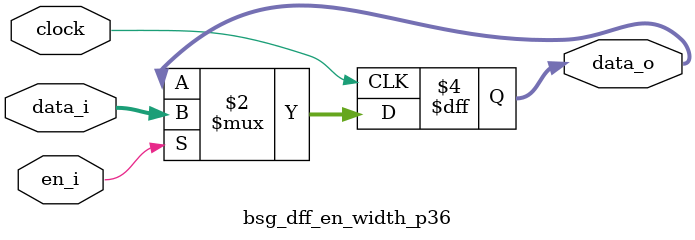
<source format=v>
module bsg_dff_en_width_p36
(
  clock,
  data_i,
  en_i,
  data_o
);
  input [35:0] data_i;
  output [35:0] data_o;
  input clock;
  input en_i;
  reg [35:0] data_o;
  always @(posedge clock) begin
    if(en_i) begin
      { data_o[35:0] } <= { data_i[35:0] };
    end
  end
endmodule
</source>
